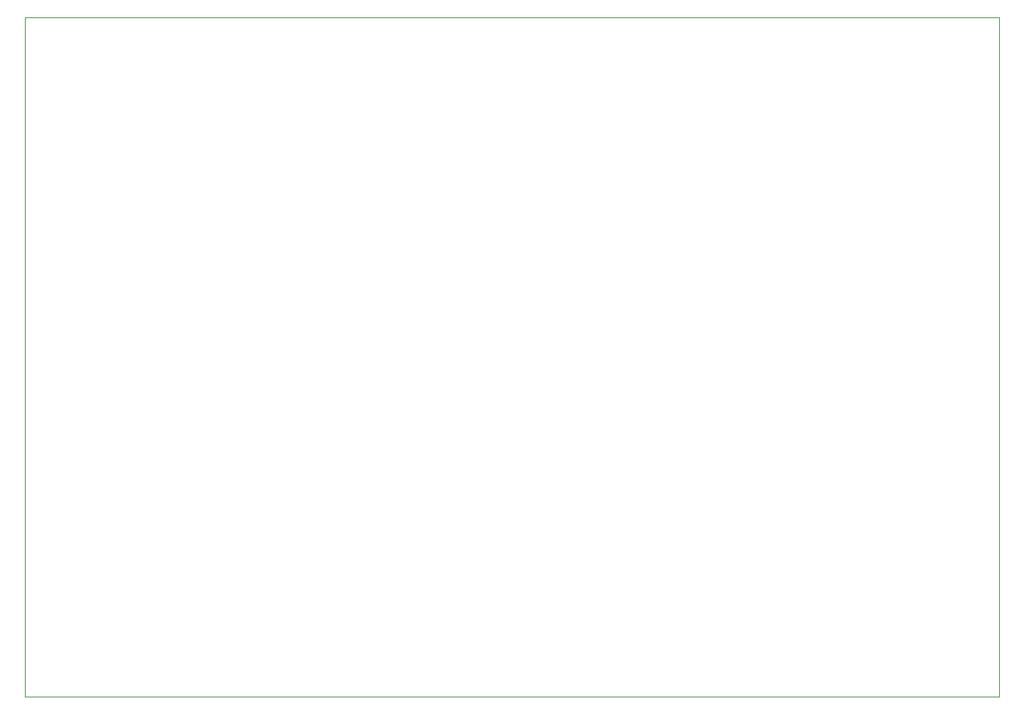
<source format=gbr>
%TF.GenerationSoftware,KiCad,Pcbnew,(7.0.0)*%
%TF.CreationDate,2023-02-28T23:31:08-05:00*%
%TF.ProjectId,8bc_registers,3862635f-7265-4676-9973-746572732e6b,1.0*%
%TF.SameCoordinates,Original*%
%TF.FileFunction,Profile,NP*%
%FSLAX46Y46*%
G04 Gerber Fmt 4.6, Leading zero omitted, Abs format (unit mm)*
G04 Created by KiCad (PCBNEW (7.0.0)) date 2023-02-28 23:31:08*
%MOMM*%
%LPD*%
G01*
G04 APERTURE LIST*
%TA.AperFunction,Profile*%
%ADD10C,0.100000*%
%TD*%
G04 APERTURE END LIST*
D10*
X91440000Y-35560000D02*
X200660000Y-35560000D01*
X200660000Y-35560000D02*
X200660000Y-111760000D01*
X200660000Y-111760000D02*
X91440000Y-111760000D01*
X91440000Y-111760000D02*
X91440000Y-35560000D01*
M02*

</source>
